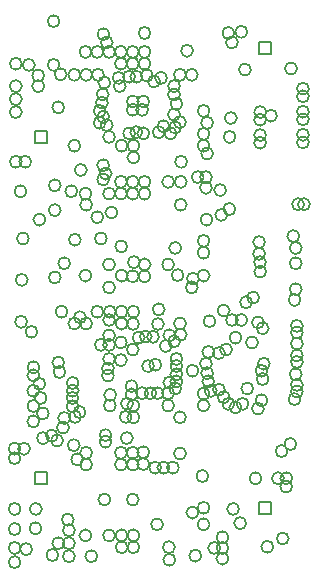
<source format=gbr>
G04*
G04 #@! TF.GenerationSoftware,Altium Limited,Altium Designer,24.9.1 (31)*
G04*
G04 Layer_Color=2752767*
%FSLAX44Y44*%
%MOMM*%
G71*
G04*
G04 #@! TF.SameCoordinates,B0B6A01D-2D76-4B53-9768-4341F4B449A0*
G04*
G04*
G04 #@! TF.FilePolarity,Positive*
G04*
G01*
G75*
%ADD12C,0.1270*%
%ADD64C,0.1693*%
D12*
X209920Y433920D02*
Y444080D01*
X220080D01*
Y433920D01*
X209920D01*
X19920Y69920D02*
Y80080D01*
X30080D01*
Y69920D01*
X19920D01*
X209920Y44920D02*
Y55080D01*
X220080D01*
Y44920D01*
X209920D01*
X19920Y358920D02*
Y369080D01*
X30080D01*
Y358920D01*
X19920D01*
D64*
X68680Y206000D02*
G03*
X68680Y206000I-5080J0D01*
G01*
X54080Y31000D02*
G03*
X54080Y31000I-5080J0D01*
G01*
Y20000D02*
G03*
X54080Y20000I-5080J0D01*
G01*
X17080Y343000D02*
G03*
X17080Y343000I-5080J0D01*
G01*
X9080Y385000D02*
G03*
X9080Y385000I-5080J0D01*
G01*
Y407000D02*
G03*
X9080Y407000I-5080J0D01*
G01*
X28080D02*
G03*
X28080Y407000I-5080J0D01*
G01*
Y416000D02*
G03*
X28080Y416000I-5080J0D01*
G01*
X9080Y426000D02*
G03*
X9080Y426000I-5080J0D01*
G01*
X200080Y453000D02*
G03*
X200080Y453000I-5080J0D01*
G01*
X203080Y421000D02*
G03*
X203080Y421000I-5080J0D01*
G01*
X199080Y37000D02*
G03*
X199080Y37000I-5080J0D01*
G01*
X184080Y25000D02*
G03*
X184080Y25000I-5080J0D01*
G01*
Y16000D02*
G03*
X184080Y16000I-5080J0D01*
G01*
X177080D02*
G03*
X177080Y16000I-5080J0D01*
G01*
X231080Y75000D02*
G03*
X231080Y75000I-5080J0D01*
G01*
X238080Y68000D02*
G03*
X238080Y68000I-5080J0D01*
G01*
X39572Y111070D02*
G03*
X39572Y111070I-5080J0D01*
G01*
X8080Y92000D02*
G03*
X8080Y92000I-5080J0D01*
G01*
Y100000D02*
G03*
X8080Y100000I-5080J0D01*
G01*
X16080D02*
G03*
X16080Y100000I-5080J0D01*
G01*
X8080Y4000D02*
G03*
X8080Y4000I-5080J0D01*
G01*
Y16000D02*
G03*
X8080Y16000I-5080J0D01*
G01*
Y32000D02*
G03*
X8080Y32000I-5080J0D01*
G01*
X25761Y32660D02*
G03*
X25761Y32660I-5080J0D01*
G01*
X26080Y49000D02*
G03*
X26080Y49000I-5080J0D01*
G01*
X8080D02*
G03*
X8080Y49000I-5080J0D01*
G01*
X193080D02*
G03*
X193080Y49000I-5080J0D01*
G01*
X248080Y307000D02*
G03*
X248080Y307000I-5080J0D01*
G01*
X138680Y16600D02*
G03*
X138680Y16600I-5080J0D01*
G01*
X145080Y176000D02*
G03*
X145080Y176000I-5080J0D01*
G01*
X98680Y216000D02*
G03*
X98680Y216000I-5080J0D01*
G01*
X121080Y170000D02*
G03*
X121080Y170000I-5080J0D01*
G01*
X127230Y171150D02*
G03*
X127230Y171150I-5080J0D01*
G01*
X85078Y111500D02*
G03*
X85078Y111500I-5080J0D01*
G01*
X108080Y387000D02*
G03*
X108080Y387000I-5080J0D01*
G01*
Y394000D02*
G03*
X108080Y394000I-5080J0D01*
G01*
X83080Y328000D02*
G03*
X83080Y328000I-5080J0D01*
G01*
X170080Y321000D02*
G03*
X170080Y321000I-5080J0D01*
G01*
Y330000D02*
G03*
X170080Y330000I-5080J0D01*
G01*
X109080Y258000D02*
G03*
X109080Y258000I-5080J0D01*
G01*
X138080Y326000D02*
G03*
X138080Y326000I-5080J0D01*
G01*
X81080Y188000D02*
G03*
X81080Y188000I-5080J0D01*
G01*
X145080Y157000D02*
G03*
X145080Y157000I-5080J0D01*
G01*
X127080Y84000D02*
G03*
X127080Y84000I-5080J0D01*
G01*
X235080Y24000D02*
G03*
X235080Y24000I-5080J0D01*
G01*
X212080Y75000D02*
G03*
X212080Y75000I-5080J0D01*
G01*
X238080D02*
G03*
X238080Y75000I-5080J0D01*
G01*
X246080Y235000D02*
G03*
X246080Y235000I-5080J0D01*
G01*
Y257000D02*
G03*
X246080Y257000I-5080J0D01*
G01*
Y270000D02*
G03*
X246080Y270000I-5080J0D01*
G01*
X145080Y170000D02*
G03*
X145080Y170000I-5080J0D01*
G01*
Y163000D02*
G03*
X145080Y163000I-5080J0D01*
G01*
X148080Y376500D02*
G03*
X148080Y376500I-5080J0D01*
G01*
X192080Y444000D02*
G03*
X192080Y444000I-5080J0D01*
G01*
X171080Y350000D02*
G03*
X171080Y350000I-5080J0D01*
G01*
X64080Y336000D02*
G03*
X64080Y336000I-5080J0D01*
G01*
X85080Y333000D02*
G03*
X85080Y333000I-5080J0D01*
G01*
X42080Y302000D02*
G03*
X42080Y302000I-5080J0D01*
G01*
X59080Y277000D02*
G03*
X59080Y277000I-5080J0D01*
G01*
X98380Y271300D02*
G03*
X98380Y271300I-5080J0D01*
G01*
X63380Y211300D02*
G03*
X63380Y211300I-5080J0D01*
G01*
X173080Y208000D02*
G03*
X173080Y208000I-5080J0D01*
G01*
X103080Y109000D02*
G03*
X103080Y109000I-5080J0D01*
G01*
X88996Y145595D02*
G03*
X88996Y145595I-5080J0D01*
G01*
X63080Y131000D02*
G03*
X63080Y131000I-5080J0D01*
G01*
X146080Y247000D02*
G03*
X146080Y247000I-5080J0D01*
G01*
X144080Y270000D02*
G03*
X144080Y270000I-5080J0D01*
G01*
X159080Y244000D02*
G03*
X159080Y244000I-5080J0D01*
G01*
X182080Y319000D02*
G03*
X182080Y319000I-5080J0D01*
G01*
X163080Y330000D02*
G03*
X163080Y330000I-5080J0D01*
G01*
X134080Y84000D02*
G03*
X134080Y84000I-5080J0D01*
G01*
X117080Y394000D02*
G03*
X117080Y394000I-5080J0D01*
G01*
X116080Y387000D02*
G03*
X116080Y387000I-5080J0D01*
G01*
X9080Y396000D02*
G03*
X9080Y396000I-5080J0D01*
G01*
Y343000D02*
G03*
X9080Y343000I-5080J0D01*
G01*
X242080Y422000D02*
G03*
X242080Y422000I-5080J0D01*
G01*
X225080Y382000D02*
G03*
X225080Y382000I-5080J0D01*
G01*
X245080Y142000D02*
G03*
X245080Y142000I-5080J0D01*
G01*
X247080Y189000D02*
G03*
X247080Y189000I-5080J0D01*
G01*
X246080Y163000D02*
G03*
X246080Y163000I-5080J0D01*
G01*
X54080Y9000D02*
G03*
X54080Y9000I-5080J0D01*
G01*
X45080Y20000D02*
G03*
X45080Y20000I-5080J0D01*
G01*
X40080Y10000D02*
G03*
X40080Y10000I-5080J0D01*
G01*
X73080Y9000D02*
G03*
X73080Y9000I-5080J0D01*
G01*
X184080Y7000D02*
G03*
X184080Y7000I-5080J0D01*
G01*
X139080Y6000D02*
G03*
X139080Y6000I-5080J0D01*
G01*
X189080Y452000D02*
G03*
X189080Y452000I-5080J0D01*
G01*
X20080Y425000D02*
G03*
X20080Y425000I-5080J0D01*
G01*
X15080Y278000D02*
G03*
X15080Y278000I-5080J0D01*
G01*
X42080Y245000D02*
G03*
X42080Y245000I-5080J0D01*
G01*
X29080Y294000D02*
G03*
X29080Y294000I-5080J0D01*
G01*
X17830Y15000D02*
G03*
X17830Y15000I-5080J0D01*
G01*
X61080Y91000D02*
G03*
X61080Y91000I-5080J0D01*
G01*
X22330Y199000D02*
G03*
X22330Y199000I-5080J0D01*
G01*
X170580Y294000D02*
G03*
X170580Y294000I-5080J0D01*
G01*
X183080Y298000D02*
G03*
X183080Y298000I-5080J0D01*
G01*
X129459Y205621D02*
G03*
X129459Y205621I-5080J0D01*
G01*
X154080Y437000D02*
G03*
X154080Y437000I-5080J0D01*
G01*
X189989Y302955D02*
G03*
X189989Y302955I-5080J0D01*
G01*
X190080Y364000D02*
G03*
X190080Y364000I-5080J0D01*
G01*
X191180Y380000D02*
G03*
X191180Y380000I-5080J0D01*
G01*
X45080Y389000D02*
G03*
X45080Y389000I-5080J0D01*
G01*
X215863Y258000D02*
G03*
X215863Y258000I-5080J0D01*
G01*
X216080Y250000D02*
G03*
X216080Y250000I-5080J0D01*
G01*
X204080Y224000D02*
G03*
X204080Y224000I-5080J0D01*
G01*
X210080Y228000D02*
G03*
X210080Y228000I-5080J0D01*
G01*
X142080Y84000D02*
G03*
X142080Y84000I-5080J0D01*
G01*
X108680Y126600D02*
G03*
X108680Y126600I-5080J0D01*
G01*
Y136600D02*
G03*
X108680Y136600I-5080J0D01*
G01*
X83280Y451000D02*
G03*
X83280Y451000I-5080J0D01*
G01*
X78080Y296000D02*
G03*
X78080Y296000I-5080J0D01*
G01*
X59280Y127000D02*
G03*
X59280Y127000I-5080J0D01*
G01*
X130080Y218000D02*
G03*
X130080Y218000I-5080J0D01*
G01*
X168080Y50000D02*
G03*
X168080Y50000I-5080J0D01*
G01*
X171080Y376000D02*
G03*
X171080Y376000I-5080J0D01*
G01*
X41080Y425000D02*
G03*
X41080Y425000I-5080J0D01*
G01*
X47080Y417000D02*
G03*
X47080Y417000I-5080J0D01*
G01*
X244080Y280000D02*
G03*
X244080Y280000I-5080J0D01*
G01*
X245080Y226000D02*
G03*
X245080Y226000I-5080J0D01*
G01*
X185080Y217000D02*
G03*
X185080Y217000I-5080J0D01*
G01*
X167086Y76904D02*
G03*
X167086Y76904I-5080J0D01*
G01*
X47836Y216046D02*
G03*
X47836Y216046I-5080J0D01*
G01*
X46080Y165000D02*
G03*
X46080Y165000I-5080J0D01*
G01*
X45080Y173000D02*
G03*
X45080Y173000I-5080J0D01*
G01*
X50080Y126000D02*
G03*
X50080Y126000I-5080J0D01*
G01*
X31955Y129875D02*
G03*
X31955Y129875I-5080J0D01*
G01*
X13580Y207500D02*
G03*
X13580Y207500I-5080J0D01*
G01*
X14080Y243000D02*
G03*
X14080Y243000I-5080J0D01*
G01*
X234080Y98000D02*
G03*
X234080Y98000I-5080J0D01*
G01*
X241580Y104000D02*
G03*
X241580Y104000I-5080J0D01*
G01*
X44080Y107000D02*
G03*
X44080Y107000I-5080J0D01*
G01*
X30080Y143000D02*
G03*
X30080Y143000I-5080J0D01*
G01*
X29080Y155000D02*
G03*
X29080Y155000I-5080J0D01*
G01*
X41080Y462000D02*
G03*
X41080Y462000I-5080J0D01*
G01*
X222080Y17000D02*
G03*
X222080Y17000I-5080J0D01*
G01*
X253080Y307000D02*
G03*
X253080Y307000I-5080J0D01*
G01*
X149080Y343000D02*
G03*
X149080Y343000I-5080J0D01*
G01*
X145080Y392000D02*
G03*
X145080Y392000I-5080J0D01*
G01*
X108080Y316000D02*
G03*
X108080Y316000I-5080J0D01*
G01*
X132080Y414000D02*
G03*
X132080Y414000I-5080J0D01*
G01*
X108080Y436000D02*
G03*
X108080Y436000I-5080J0D01*
G01*
X143080Y400000D02*
G03*
X143080Y400000I-5080J0D01*
G01*
X117080Y97000D02*
G03*
X117080Y97000I-5080J0D01*
G01*
Y87000D02*
G03*
X117080Y87000I-5080J0D01*
G01*
X185080Y143595D02*
G03*
X185080Y143595I-5080J0D01*
G01*
X205080Y151000D02*
G03*
X205080Y151000I-5080J0D01*
G01*
X217080Y141000D02*
G03*
X217080Y141000I-5080J0D01*
G01*
X214080Y134000D02*
G03*
X214080Y134000I-5080J0D01*
G01*
X88080Y209000D02*
G03*
X88080Y209000I-5080J0D01*
G01*
X102080Y127000D02*
G03*
X102080Y127000I-5080J0D01*
G01*
X103284Y138204D02*
G03*
X103284Y138204I-5080J0D01*
G01*
X143080Y407000D02*
G03*
X143080Y407000I-5080J0D01*
G01*
X195080Y135000D02*
G03*
X195080Y135000I-5080J0D01*
G01*
X88080Y364000D02*
G03*
X88080Y364000I-5080J0D01*
G01*
X80080Y376000D02*
G03*
X80080Y376000I-5080J0D01*
G01*
X86080Y374000D02*
G03*
X86080Y374000I-5080J0D01*
G01*
X98080Y175000D02*
G03*
X98080Y175000I-5080J0D01*
G01*
X85080Y106000D02*
G03*
X85080Y106000I-5080J0D01*
G01*
X87080Y162000D02*
G03*
X87080Y162000I-5080J0D01*
G01*
X83080Y340000D02*
G03*
X83080Y340000I-5080J0D01*
G01*
X168080Y36000D02*
G03*
X168080Y36000I-5080J0D01*
G01*
X158680Y46000D02*
G03*
X158680Y46000I-5080J0D01*
G01*
X161082Y9501D02*
G03*
X161082Y9501I-5080J0D01*
G01*
X128680Y36000D02*
G03*
X128680Y36000I-5080J0D01*
G01*
X24080Y169000D02*
G03*
X24080Y169000I-5080J0D01*
G01*
X118080Y452000D02*
G03*
X118080Y452000I-5080J0D01*
G01*
X86080Y444000D02*
G03*
X86080Y444000I-5080J0D01*
G01*
X125290Y194790D02*
G03*
X125290Y194790I-5080J0D01*
G01*
X139080Y196000D02*
G03*
X139080Y196000I-5080J0D01*
G01*
X87080Y168000D02*
G03*
X87080Y168000I-5080J0D01*
G01*
X143080Y191000D02*
G03*
X143080Y191000I-5080J0D01*
G01*
X139080Y156000D02*
G03*
X139080Y156000I-5080J0D01*
G01*
X57080Y143000D02*
G03*
X57080Y143000I-5080J0D01*
G01*
X58080Y103000D02*
G03*
X58080Y103000I-5080J0D01*
G01*
X32080Y109000D02*
G03*
X32080Y109000I-5080J0D01*
G01*
X50080Y257000D02*
G03*
X50080Y257000I-5080J0D01*
G01*
X140080Y367000D02*
G03*
X140080Y367000I-5080J0D01*
G01*
X96080Y414000D02*
G03*
X96080Y414000I-5080J0D01*
G01*
X83080Y381000D02*
G03*
X83080Y381000I-5080J0D01*
G01*
X108080Y57000D02*
G03*
X108080Y57000I-5080J0D01*
G01*
X84080D02*
G03*
X84080Y57000I-5080J0D01*
G01*
X81080Y278000D02*
G03*
X81080Y278000I-5080J0D01*
G01*
X90080Y300000D02*
G03*
X90080Y300000I-5080J0D01*
G01*
X56080Y318000D02*
G03*
X56080Y318000I-5080J0D01*
G01*
X118080Y246000D02*
G03*
X118080Y246000I-5080J0D01*
G01*
X53080Y40000D02*
G03*
X53080Y40000I-5080J0D01*
G01*
X215080Y265000D02*
G03*
X215080Y265000I-5080J0D01*
G01*
Y275000D02*
G03*
X215080Y275000I-5080J0D01*
G01*
X42080Y323000D02*
G03*
X42080Y323000I-5080J0D01*
G01*
X13080Y318000D02*
G03*
X13080Y318000I-5080J0D01*
G01*
X23955Y162125D02*
G03*
X23955Y162125I-5080J0D01*
G01*
X57205Y155625D02*
G03*
X57205Y155625I-5080J0D01*
G01*
Y149125D02*
G03*
X57205Y149125I-5080J0D01*
G01*
X57080Y136000D02*
G03*
X57080Y136000I-5080J0D01*
G01*
X49080Y118000D02*
G03*
X49080Y118000I-5080J0D01*
G01*
X23955Y123125D02*
G03*
X23955Y123125I-5080J0D01*
G01*
Y136125D02*
G03*
X23955Y136125I-5080J0D01*
G01*
Y149125D02*
G03*
X23955Y149125I-5080J0D01*
G01*
X252205Y359375D02*
G03*
X252205Y359375I-5080J0D01*
G01*
Y365875D02*
G03*
X252205Y365875I-5080J0D01*
G01*
Y378875D02*
G03*
X252205Y378875I-5080J0D01*
G01*
Y385375D02*
G03*
X252205Y385375I-5080J0D01*
G01*
Y398375D02*
G03*
X252205Y398375I-5080J0D01*
G01*
Y404875D02*
G03*
X252205Y404875I-5080J0D01*
G01*
X215955Y359125D02*
G03*
X215955Y359125I-5080J0D01*
G01*
Y365625D02*
G03*
X215955Y365625I-5080J0D01*
G01*
Y378625D02*
G03*
X215955Y378625I-5080J0D01*
G01*
X216080Y385000D02*
G03*
X216080Y385000I-5080J0D01*
G01*
X247080Y154000D02*
G03*
X247080Y154000I-5080J0D01*
G01*
Y148500D02*
G03*
X247080Y148500I-5080J0D01*
G01*
Y179000D02*
G03*
X247080Y179000I-5080J0D01*
G01*
Y173500D02*
G03*
X247080Y173500I-5080J0D01*
G01*
Y204000D02*
G03*
X247080Y204000I-5080J0D01*
G01*
Y198500D02*
G03*
X247080Y198500I-5080J0D01*
G01*
X105080Y367000D02*
G03*
X105080Y367000I-5080J0D01*
G01*
X117080D02*
G03*
X117080Y367000I-5080J0D01*
G01*
X136080Y187000D02*
G03*
X136080Y187000I-5080J0D01*
G01*
X113080Y194000D02*
G03*
X113080Y194000I-5080J0D01*
G01*
X88080Y196000D02*
G03*
X88080Y196000I-5080J0D01*
G01*
X200080Y209000D02*
G03*
X200080Y209000I-5080J0D01*
G01*
X174080Y149000D02*
G03*
X174080Y149000I-5080J0D01*
G01*
X171080Y164000D02*
G03*
X171080Y164000I-5080J0D01*
G01*
X170080Y172000D02*
G03*
X170080Y172000I-5080J0D01*
G01*
X172080Y182000D02*
G03*
X172080Y182000I-5080J0D01*
G01*
X181080Y181000D02*
G03*
X181080Y181000I-5080J0D01*
G01*
X98080Y190000D02*
G03*
X98080Y190000I-5080J0D01*
G01*
X144080Y151000D02*
G03*
X144080Y151000I-5080J0D01*
G01*
X138080Y147000D02*
G03*
X138080Y147000I-5080J0D01*
G01*
X107080Y153000D02*
G03*
X107080Y153000I-5080J0D01*
G01*
Y146000D02*
G03*
X107080Y146000I-5080J0D01*
G01*
X108380Y205700D02*
G03*
X108380Y205700I-5080J0D01*
G01*
X108680Y216000D02*
G03*
X108680Y216000I-5080J0D01*
G01*
X98680Y206000D02*
G03*
X98680Y206000I-5080J0D01*
G01*
X88680Y216000D02*
G03*
X88680Y216000I-5080J0D01*
G01*
X118080Y256000D02*
G03*
X118080Y256000I-5080J0D01*
G01*
X98080Y96600D02*
G03*
X98080Y96600I-5080J0D01*
G01*
Y86600D02*
G03*
X98080Y86600I-5080J0D01*
G01*
X108080Y96600D02*
G03*
X108080Y96600I-5080J0D01*
G01*
Y86600D02*
G03*
X108080Y86600I-5080J0D01*
G01*
X118080Y426000D02*
G03*
X118080Y426000I-5080J0D01*
G01*
X108080D02*
G03*
X108080Y426000I-5080J0D01*
G01*
X118080Y436000D02*
G03*
X118080Y436000I-5080J0D01*
G01*
X98080Y426000D02*
G03*
X98080Y426000I-5080J0D01*
G01*
Y436000D02*
G03*
X98080Y436000I-5080J0D01*
G01*
X158680Y166000D02*
G03*
X158680Y166000I-5080J0D01*
G01*
X189080Y138000D02*
G03*
X189080Y138000I-5080J0D01*
G01*
X218080Y159000D02*
G03*
X218080Y159000I-5080J0D01*
G01*
X219080Y172000D02*
G03*
X219080Y172000I-5080J0D01*
G01*
X214080Y207000D02*
G03*
X214080Y207000I-5080J0D01*
G01*
X218080Y202000D02*
G03*
X218080Y202000I-5080J0D01*
G01*
X192080Y209000D02*
G03*
X192080Y209000I-5080J0D01*
G01*
X119080Y195000D02*
G03*
X119080Y195000I-5080J0D01*
G01*
X88080Y176000D02*
G03*
X88080Y176000I-5080J0D01*
G01*
X108080Y184000D02*
G03*
X108080Y184000I-5080J0D01*
G01*
X88080Y188000D02*
G03*
X88080Y188000I-5080J0D01*
G01*
X84080Y410000D02*
G03*
X84080Y410000I-5080J0D01*
G01*
X97080Y407000D02*
G03*
X97080Y407000I-5080J0D01*
G01*
X120080Y416000D02*
G03*
X120080Y416000I-5080J0D01*
G01*
X126080Y411000D02*
G03*
X126080Y411000I-5080J0D01*
G01*
X80080Y386000D02*
G03*
X80080Y386000I-5080J0D01*
G01*
X134080Y373000D02*
G03*
X134080Y373000I-5080J0D01*
G01*
X130080Y368000D02*
G03*
X130080Y368000I-5080J0D01*
G01*
X144080Y372000D02*
G03*
X144080Y372000I-5080J0D01*
G01*
X143080Y383000D02*
G03*
X143080Y383000I-5080J0D01*
G01*
X158080Y416600D02*
G03*
X158080Y416600I-5080J0D01*
G01*
X148080D02*
G03*
X148080Y416600I-5080J0D01*
G01*
X118080Y326000D02*
G03*
X118080Y326000I-5080J0D01*
G01*
Y316000D02*
G03*
X118080Y316000I-5080J0D01*
G01*
X108080Y326000D02*
G03*
X108080Y326000I-5080J0D01*
G01*
X98080Y316000D02*
G03*
X98080Y316000I-5080J0D01*
G01*
Y326000D02*
G03*
X98080Y326000I-5080J0D01*
G01*
X68080Y26600D02*
G03*
X68080Y26600I-5080J0D01*
G01*
X98680Y16600D02*
G03*
X98680Y16600I-5080J0D01*
G01*
Y26600D02*
G03*
X98680Y26600I-5080J0D01*
G01*
X88080D02*
G03*
X88080Y26600I-5080J0D01*
G01*
X108680Y16600D02*
G03*
X108680Y16600I-5080J0D01*
G01*
Y26600D02*
G03*
X108680Y26600I-5080J0D01*
G01*
X68680Y86600D02*
G03*
X68680Y86600I-5080J0D01*
G01*
Y96600D02*
G03*
X68680Y96600I-5080J0D01*
G01*
X148080Y96000D02*
G03*
X148080Y96000I-5080J0D01*
G01*
X168080Y146600D02*
G03*
X168080Y146600I-5080J0D01*
G01*
Y136600D02*
G03*
X168080Y136600I-5080J0D01*
G01*
X148080Y126600D02*
G03*
X148080Y126600I-5080J0D01*
G01*
X88680Y136600D02*
G03*
X88680Y136600I-5080J0D01*
G01*
X138080D02*
G03*
X138080Y136600I-5080J0D01*
G01*
X168080Y246600D02*
G03*
X168080Y246600I-5080J0D01*
G01*
X148680Y196600D02*
G03*
X148680Y196600I-5080J0D01*
G01*
X148080Y206000D02*
G03*
X148080Y206000I-5080J0D01*
G01*
X78080Y216000D02*
G03*
X78080Y216000I-5080J0D01*
G01*
X58680Y206000D02*
G03*
X58680Y206000I-5080J0D01*
G01*
X168080Y276000D02*
G03*
X168080Y276000I-5080J0D01*
G01*
Y266000D02*
G03*
X168080Y266000I-5080J0D01*
G01*
X88080Y236600D02*
G03*
X88080Y236600I-5080J0D01*
G01*
Y256000D02*
G03*
X88080Y256000I-5080J0D01*
G01*
X68080Y246600D02*
G03*
X68080Y246600I-5080J0D01*
G01*
X98680D02*
G03*
X98680Y246600I-5080J0D01*
G01*
X108080Y246000D02*
G03*
X108080Y246000I-5080J0D01*
G01*
X158080Y236600D02*
G03*
X158080Y236600I-5080J0D01*
G01*
X138080Y256000D02*
G03*
X138080Y256000I-5080J0D01*
G01*
X148680Y326000D02*
G03*
X148680Y326000I-5080J0D01*
G01*
Y306600D02*
G03*
X148680Y306600I-5080J0D01*
G01*
X88080Y316000D02*
G03*
X88080Y316000I-5080J0D01*
G01*
X68680Y306600D02*
G03*
X68680Y306600I-5080J0D01*
G01*
X68080Y316000D02*
G03*
X68080Y316000I-5080J0D01*
G01*
X168080Y386000D02*
G03*
X168080Y386000I-5080J0D01*
G01*
Y366600D02*
G03*
X168080Y366600I-5080J0D01*
G01*
Y356600D02*
G03*
X168080Y356600I-5080J0D01*
G01*
X108680Y346600D02*
G03*
X108680Y346600I-5080J0D01*
G01*
Y356600D02*
G03*
X108680Y356600I-5080J0D01*
G01*
X98680D02*
G03*
X98680Y356600I-5080J0D01*
G01*
X58680D02*
G03*
X58680Y356600I-5080J0D01*
G01*
X68080Y436000D02*
G03*
X68080Y436000I-5080J0D01*
G01*
X78080Y436000D02*
G03*
X78080Y436000I-5080J0D01*
G01*
X88080D02*
G03*
X88080Y436000I-5080J0D01*
G01*
X58680Y416600D02*
G03*
X58680Y416600I-5080J0D01*
G01*
X68680D02*
G03*
X68680Y416600I-5080J0D01*
G01*
X78680Y416600D02*
G03*
X78680Y416600I-5080J0D01*
G01*
X217080Y166000D02*
G03*
X217080Y166000I-5080J0D01*
G01*
X201080Y138000D02*
G03*
X201080Y138000I-5080J0D01*
G01*
X181080Y150000D02*
G03*
X181080Y150000I-5080J0D01*
G01*
X172080Y157000D02*
G03*
X172080Y157000I-5080J0D01*
G01*
X187137Y183943D02*
G03*
X187137Y183943I-5080J0D01*
G01*
X209080Y190000D02*
G03*
X209080Y190000I-5080J0D01*
G01*
X195080Y194000D02*
G03*
X195080Y194000I-5080J0D01*
G01*
X129080Y147000D02*
G03*
X129080Y147000I-5080J0D01*
G01*
X123080D02*
G03*
X123080Y147000I-5080J0D01*
G01*
X116080D02*
G03*
X116080Y147000I-5080J0D01*
G01*
X111080Y368000D02*
G03*
X111080Y368000I-5080J0D01*
G01*
X82080Y393000D02*
G03*
X82080Y393000I-5080J0D01*
G01*
X82680Y400000D02*
G03*
X82680Y400000I-5080J0D01*
G01*
X111080Y415000D02*
G03*
X111080Y415000I-5080J0D01*
G01*
X105080D02*
G03*
X105080Y415000I-5080J0D01*
G01*
M02*

</source>
